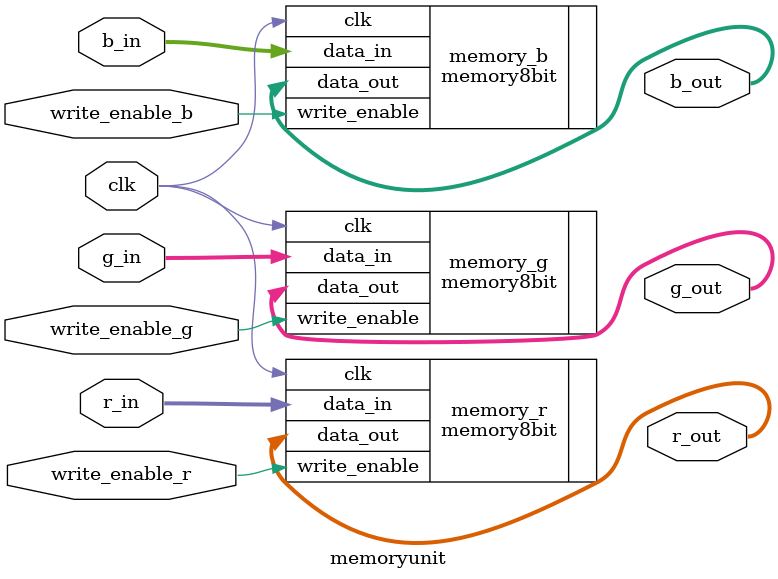
<source format=v>

`timescale 1ps / 1ps



module memoryunit(
    input [7:0] r_in, g_in, b_in,   
    input write_enable_r,           
    input write_enable_g,           
    input write_enable_b,           
    input clk,                     
    output [7:0] r_out, g_out, b_out 
);

    // Instantiate memory module for R (Red)
    memory8bit memory_r (
        .data_in(r_in),
        .write_enable(write_enable_r),
        .clk(clk),
        .data_out(r_out)
    );

    // Instantiate memory module for G (Green)
    memory8bit memory_g (
        .data_in(g_in),
        .write_enable(write_enable_g),
        .clk(clk),
        .data_out(g_out)
    );

    // Instantiate memory module for B (Blue)
    memory8bit memory_b (
        .data_in(b_in),
        .write_enable(write_enable_b),
        .clk(clk),
        .data_out(b_out)
    );

endmodule


</source>
